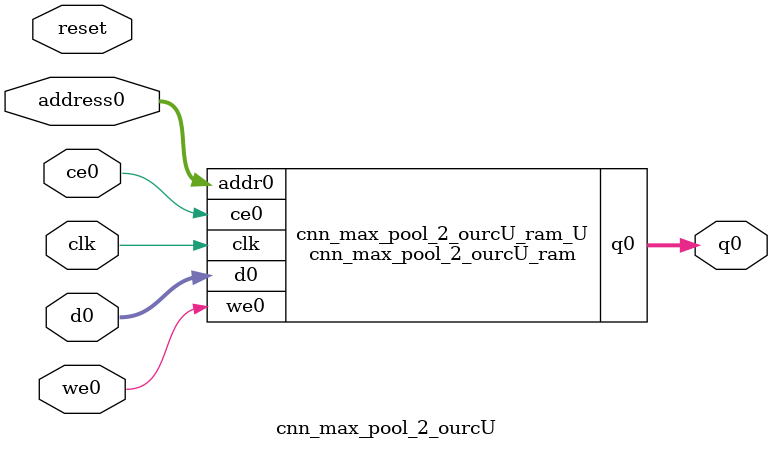
<source format=v>
`timescale 1 ns / 1 ps
module cnn_max_pool_2_ourcU_ram (addr0, ce0, d0, we0, q0,  clk);

parameter DWIDTH = 32;
parameter AWIDTH = 9;
parameter MEM_SIZE = 400;

input[AWIDTH-1:0] addr0;
input ce0;
input[DWIDTH-1:0] d0;
input we0;
output reg[DWIDTH-1:0] q0;
input clk;

(* ram_style = "block" *)reg [DWIDTH-1:0] ram[0:MEM_SIZE-1];




always @(posedge clk)  
begin 
    if (ce0) 
    begin
        if (we0) 
        begin 
            ram[addr0] <= d0; 
        end 
        q0 <= ram[addr0];
    end
end


endmodule

`timescale 1 ns / 1 ps
module cnn_max_pool_2_ourcU(
    reset,
    clk,
    address0,
    ce0,
    we0,
    d0,
    q0);

parameter DataWidth = 32'd32;
parameter AddressRange = 32'd400;
parameter AddressWidth = 32'd9;
input reset;
input clk;
input[AddressWidth - 1:0] address0;
input ce0;
input we0;
input[DataWidth - 1:0] d0;
output[DataWidth - 1:0] q0;



cnn_max_pool_2_ourcU_ram cnn_max_pool_2_ourcU_ram_U(
    .clk( clk ),
    .addr0( address0 ),
    .ce0( ce0 ),
    .we0( we0 ),
    .d0( d0 ),
    .q0( q0 ));

endmodule


</source>
